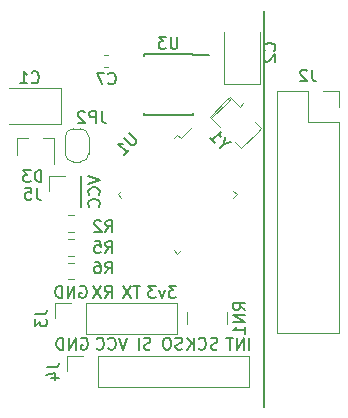
<source format=gbr>
G04 #@! TF.GenerationSoftware,KiCad,Pcbnew,(5.0.0-rc3-dev-2-g101b68b61)*
G04 #@! TF.CreationDate,2018-07-14T00:48:42-07:00*
G04 #@! TF.ProjectId,hp34401a_oled,68703334343031615F6F6C65642E6B69,rev?*
G04 #@! TF.SameCoordinates,Original*
G04 #@! TF.FileFunction,Legend,Bot*
G04 #@! TF.FilePolarity,Positive*
%FSLAX46Y46*%
G04 Gerber Fmt 4.6, Leading zero omitted, Abs format (unit mm)*
G04 Created by KiCad (PCBNEW (5.0.0-rc3-dev-2-g101b68b61)) date 07/14/18 00:48:42*
%MOMM*%
%LPD*%
G01*
G04 APERTURE LIST*
%ADD10C,0.150000*%
%ADD11C,0.200000*%
%ADD12C,0.120000*%
G04 APERTURE END LIST*
D10*
X58452380Y-53966666D02*
X59452380Y-54300000D01*
X58452380Y-54633333D01*
X59357142Y-55538095D02*
X59404761Y-55490476D01*
X59452380Y-55347619D01*
X59452380Y-55252380D01*
X59404761Y-55109523D01*
X59309523Y-55014285D01*
X59214285Y-54966666D01*
X59023809Y-54919047D01*
X58880952Y-54919047D01*
X58690476Y-54966666D01*
X58595238Y-55014285D01*
X58500000Y-55109523D01*
X58452380Y-55252380D01*
X58452380Y-55347619D01*
X58500000Y-55490476D01*
X58547619Y-55538095D01*
X59357142Y-56538095D02*
X59404761Y-56490476D01*
X59452380Y-56347619D01*
X59452380Y-56252380D01*
X59404761Y-56109523D01*
X59309523Y-56014285D01*
X59214285Y-55966666D01*
X59023809Y-55919047D01*
X58880952Y-55919047D01*
X58690476Y-55966666D01*
X58595238Y-56014285D01*
X58500000Y-56109523D01*
X58452380Y-56252380D01*
X58452380Y-56347619D01*
X58500000Y-56490476D01*
X58547619Y-56538095D01*
X72104761Y-68652380D02*
X72104761Y-67652380D01*
X71628571Y-68652380D02*
X71628571Y-67652380D01*
X71057142Y-68652380D01*
X71057142Y-67652380D01*
X70723809Y-67652380D02*
X70152380Y-67652380D01*
X70438095Y-68652380D02*
X70438095Y-67652380D01*
X69385714Y-68604761D02*
X69242857Y-68652380D01*
X69004761Y-68652380D01*
X68909523Y-68604761D01*
X68861904Y-68557142D01*
X68814285Y-68461904D01*
X68814285Y-68366666D01*
X68861904Y-68271428D01*
X68909523Y-68223809D01*
X69004761Y-68176190D01*
X69195238Y-68128571D01*
X69290476Y-68080952D01*
X69338095Y-68033333D01*
X69385714Y-67938095D01*
X69385714Y-67842857D01*
X69338095Y-67747619D01*
X69290476Y-67700000D01*
X69195238Y-67652380D01*
X68957142Y-67652380D01*
X68814285Y-67700000D01*
X67814285Y-68557142D02*
X67861904Y-68604761D01*
X68004761Y-68652380D01*
X68100000Y-68652380D01*
X68242857Y-68604761D01*
X68338095Y-68509523D01*
X68385714Y-68414285D01*
X68433333Y-68223809D01*
X68433333Y-68080952D01*
X68385714Y-67890476D01*
X68338095Y-67795238D01*
X68242857Y-67700000D01*
X68100000Y-67652380D01*
X68004761Y-67652380D01*
X67861904Y-67700000D01*
X67814285Y-67747619D01*
X67385714Y-68652380D02*
X67385714Y-67652380D01*
X66814285Y-68652380D02*
X67242857Y-68080952D01*
X66814285Y-67652380D02*
X67385714Y-68223809D01*
X66409523Y-68604761D02*
X66266666Y-68652380D01*
X66028571Y-68652380D01*
X65933333Y-68604761D01*
X65885714Y-68557142D01*
X65838095Y-68461904D01*
X65838095Y-68366666D01*
X65885714Y-68271428D01*
X65933333Y-68223809D01*
X66028571Y-68176190D01*
X66219047Y-68128571D01*
X66314285Y-68080952D01*
X66361904Y-68033333D01*
X66409523Y-67938095D01*
X66409523Y-67842857D01*
X66361904Y-67747619D01*
X66314285Y-67700000D01*
X66219047Y-67652380D01*
X65980952Y-67652380D01*
X65838095Y-67700000D01*
X65219047Y-67652380D02*
X65028571Y-67652380D01*
X64933333Y-67700000D01*
X64838095Y-67795238D01*
X64790476Y-67985714D01*
X64790476Y-68319047D01*
X64838095Y-68509523D01*
X64933333Y-68604761D01*
X65028571Y-68652380D01*
X65219047Y-68652380D01*
X65314285Y-68604761D01*
X65409523Y-68509523D01*
X65457142Y-68319047D01*
X65457142Y-67985714D01*
X65409523Y-67795238D01*
X65314285Y-67700000D01*
X65219047Y-67652380D01*
X63723809Y-68604761D02*
X63580952Y-68652380D01*
X63342857Y-68652380D01*
X63247619Y-68604761D01*
X63200000Y-68557142D01*
X63152380Y-68461904D01*
X63152380Y-68366666D01*
X63200000Y-68271428D01*
X63247619Y-68223809D01*
X63342857Y-68176190D01*
X63533333Y-68128571D01*
X63628571Y-68080952D01*
X63676190Y-68033333D01*
X63723809Y-67938095D01*
X63723809Y-67842857D01*
X63676190Y-67747619D01*
X63628571Y-67700000D01*
X63533333Y-67652380D01*
X63295238Y-67652380D01*
X63152380Y-67700000D01*
X62723809Y-68652380D02*
X62723809Y-67652380D01*
X61733333Y-67652380D02*
X61400000Y-68652380D01*
X61066666Y-67652380D01*
X60161904Y-68557142D02*
X60209523Y-68604761D01*
X60352380Y-68652380D01*
X60447619Y-68652380D01*
X60590476Y-68604761D01*
X60685714Y-68509523D01*
X60733333Y-68414285D01*
X60780952Y-68223809D01*
X60780952Y-68080952D01*
X60733333Y-67890476D01*
X60685714Y-67795238D01*
X60590476Y-67700000D01*
X60447619Y-67652380D01*
X60352380Y-67652380D01*
X60209523Y-67700000D01*
X60161904Y-67747619D01*
X59161904Y-68557142D02*
X59209523Y-68604761D01*
X59352380Y-68652380D01*
X59447619Y-68652380D01*
X59590476Y-68604761D01*
X59685714Y-68509523D01*
X59733333Y-68414285D01*
X59780952Y-68223809D01*
X59780952Y-68080952D01*
X59733333Y-67890476D01*
X59685714Y-67795238D01*
X59590476Y-67700000D01*
X59447619Y-67652380D01*
X59352380Y-67652380D01*
X59209523Y-67700000D01*
X59161904Y-67747619D01*
X57861904Y-67700000D02*
X57957142Y-67652380D01*
X58100000Y-67652380D01*
X58242857Y-67700000D01*
X58338095Y-67795238D01*
X58385714Y-67890476D01*
X58433333Y-68080952D01*
X58433333Y-68223809D01*
X58385714Y-68414285D01*
X58338095Y-68509523D01*
X58242857Y-68604761D01*
X58100000Y-68652380D01*
X58004761Y-68652380D01*
X57861904Y-68604761D01*
X57814285Y-68557142D01*
X57814285Y-68223809D01*
X58004761Y-68223809D01*
X57385714Y-68652380D02*
X57385714Y-67652380D01*
X56814285Y-68652380D01*
X56814285Y-67652380D01*
X56338095Y-68652380D02*
X56338095Y-67652380D01*
X56100000Y-67652380D01*
X55957142Y-67700000D01*
X55861904Y-67795238D01*
X55814285Y-67890476D01*
X55766666Y-68080952D01*
X55766666Y-68223809D01*
X55814285Y-68414285D01*
X55861904Y-68509523D01*
X55957142Y-68604761D01*
X56100000Y-68652380D01*
X56338095Y-68652380D01*
X65890476Y-63252380D02*
X65271428Y-63252380D01*
X65604761Y-63633333D01*
X65461904Y-63633333D01*
X65366666Y-63680952D01*
X65319047Y-63728571D01*
X65271428Y-63823809D01*
X65271428Y-64061904D01*
X65319047Y-64157142D01*
X65366666Y-64204761D01*
X65461904Y-64252380D01*
X65747619Y-64252380D01*
X65842857Y-64204761D01*
X65890476Y-64157142D01*
X64938095Y-63585714D02*
X64700000Y-64252380D01*
X64461904Y-63585714D01*
X64176190Y-63252380D02*
X63557142Y-63252380D01*
X63890476Y-63633333D01*
X63747619Y-63633333D01*
X63652380Y-63680952D01*
X63604761Y-63728571D01*
X63557142Y-63823809D01*
X63557142Y-64061904D01*
X63604761Y-64157142D01*
X63652380Y-64204761D01*
X63747619Y-64252380D01*
X64033333Y-64252380D01*
X64128571Y-64204761D01*
X64176190Y-64157142D01*
X62861904Y-63252380D02*
X62290476Y-63252380D01*
X62576190Y-64252380D02*
X62576190Y-63252380D01*
X62052380Y-63252380D02*
X61385714Y-64252380D01*
X61385714Y-63252380D02*
X62052380Y-64252380D01*
X59866666Y-64252380D02*
X60200000Y-63776190D01*
X60438095Y-64252380D02*
X60438095Y-63252380D01*
X60057142Y-63252380D01*
X59961904Y-63300000D01*
X59914285Y-63347619D01*
X59866666Y-63442857D01*
X59866666Y-63585714D01*
X59914285Y-63680952D01*
X59961904Y-63728571D01*
X60057142Y-63776190D01*
X60438095Y-63776190D01*
X59533333Y-63252380D02*
X58866666Y-64252380D01*
X58866666Y-63252380D02*
X59533333Y-64252380D01*
X57761904Y-63300000D02*
X57857142Y-63252380D01*
X58000000Y-63252380D01*
X58142857Y-63300000D01*
X58238095Y-63395238D01*
X58285714Y-63490476D01*
X58333333Y-63680952D01*
X58333333Y-63823809D01*
X58285714Y-64014285D01*
X58238095Y-64109523D01*
X58142857Y-64204761D01*
X58000000Y-64252380D01*
X57904761Y-64252380D01*
X57761904Y-64204761D01*
X57714285Y-64157142D01*
X57714285Y-63823809D01*
X57904761Y-63823809D01*
X57285714Y-64252380D02*
X57285714Y-63252380D01*
X56714285Y-64252380D01*
X56714285Y-63252380D01*
X56238095Y-64252380D02*
X56238095Y-63252380D01*
X56000000Y-63252380D01*
X55857142Y-63300000D01*
X55761904Y-63395238D01*
X55714285Y-63490476D01*
X55666666Y-63680952D01*
X55666666Y-63823809D01*
X55714285Y-64014285D01*
X55761904Y-64109523D01*
X55857142Y-64204761D01*
X56000000Y-64252380D01*
X56238095Y-64252380D01*
D11*
X73300000Y-40000000D02*
X73300000Y-73500000D01*
D12*
G04 #@! TO.C,D3*
X52420000Y-50740000D02*
X53350000Y-50740000D01*
X55580000Y-50740000D02*
X54650000Y-50740000D01*
X55580000Y-50740000D02*
X55580000Y-52900000D01*
X52420000Y-50740000D02*
X52420000Y-52200000D01*
G04 #@! TO.C,J2*
X79670000Y-67210000D02*
X74470000Y-67210000D01*
X79670000Y-49370000D02*
X79670000Y-67210000D01*
X74470000Y-46770000D02*
X74470000Y-67210000D01*
X79670000Y-49370000D02*
X77070000Y-49370000D01*
X77070000Y-49370000D02*
X77070000Y-46770000D01*
X77070000Y-46770000D02*
X74470000Y-46770000D01*
X79670000Y-48100000D02*
X79670000Y-46770000D01*
X79670000Y-46770000D02*
X78340000Y-46770000D01*
G04 #@! TO.C,J3*
X65950000Y-64670000D02*
X65950000Y-67330000D01*
X58270000Y-64670000D02*
X65950000Y-64670000D01*
X58270000Y-67330000D02*
X65950000Y-67330000D01*
X58270000Y-64670000D02*
X58270000Y-67330000D01*
X57000000Y-64670000D02*
X55670000Y-64670000D01*
X55670000Y-64670000D02*
X55670000Y-66000000D01*
G04 #@! TO.C,J4*
X72030000Y-69170000D02*
X72030000Y-71830000D01*
X59270000Y-69170000D02*
X72030000Y-69170000D01*
X59270000Y-71830000D02*
X72030000Y-71830000D01*
X59270000Y-69170000D02*
X59270000Y-71830000D01*
X58000000Y-69170000D02*
X56670000Y-69170000D01*
X56670000Y-69170000D02*
X56670000Y-70500000D01*
G04 #@! TO.C,JP2*
X58500000Y-50650000D02*
G75*
G03X57800000Y-49950000I-700000J0D01*
G01*
X57200000Y-49950000D02*
G75*
G03X56500000Y-50650000I0J-700000D01*
G01*
X56500000Y-52050000D02*
G75*
G03X57200000Y-52750000I700000J0D01*
G01*
X57800000Y-52750000D02*
G75*
G03X58500000Y-52050000I0J700000D01*
G01*
X57200000Y-52750000D02*
X57800000Y-52750000D01*
X56500000Y-50650000D02*
X56500000Y-52050000D01*
X57800000Y-49950000D02*
X57200000Y-49950000D01*
X58500000Y-52050000D02*
X58500000Y-50650000D01*
G04 #@! TO.C,R2*
X56741422Y-58710000D02*
X57258578Y-58710000D01*
X56741422Y-57290000D02*
X57258578Y-57290000D01*
G04 #@! TO.C,R5*
X57258578Y-60710000D02*
X56741422Y-60710000D01*
X57258578Y-59290000D02*
X56741422Y-59290000D01*
G04 #@! TO.C,R6*
X57258578Y-62710000D02*
X56741422Y-62710000D01*
X57258578Y-61290000D02*
X56741422Y-61290000D01*
G04 #@! TO.C,U1*
X60965400Y-55500000D02*
X61262385Y-55796985D01*
X66000000Y-60534600D02*
X65703015Y-60237615D01*
X71034600Y-55500000D02*
X70737615Y-55203015D01*
X66000000Y-50465400D02*
X65703015Y-50762385D01*
X66000000Y-60534600D02*
X66296985Y-60237615D01*
X60965400Y-55500000D02*
X61262385Y-55203015D01*
X66296985Y-50762385D02*
X67272792Y-49786577D01*
X66000000Y-50465400D02*
X66296985Y-50762385D01*
X71034600Y-55500000D02*
X70737615Y-55796985D01*
G04 #@! TO.C,Y1*
X73121320Y-49924264D02*
X72555635Y-49358579D01*
X71424264Y-51621320D02*
X72838478Y-50207107D01*
X70858579Y-51055635D02*
X71424264Y-51621320D01*
X68878680Y-49075736D02*
X69585786Y-49782843D01*
X70292893Y-47661522D02*
X68878680Y-49075736D01*
X71282843Y-48085786D02*
X70575736Y-47378680D01*
X71282843Y-48085786D02*
X71565685Y-47802944D01*
X68737258Y-48934315D02*
X70151472Y-47520101D01*
X72838478Y-50207107D02*
X73121320Y-49924264D01*
X70292893Y-47661522D02*
X70575736Y-47378680D01*
X70151472Y-47520101D02*
X70434315Y-47237258D01*
G04 #@! TO.C,J5*
X57830000Y-53920000D02*
X57830000Y-56580000D01*
X57770000Y-53920000D02*
X57830000Y-53920000D01*
X57770000Y-56580000D02*
X57830000Y-56580000D01*
X57770000Y-53920000D02*
X57770000Y-56580000D01*
X56500000Y-53920000D02*
X55170000Y-53920000D01*
X55170000Y-53920000D02*
X55170000Y-55250000D01*
G04 #@! TO.C,C1*
X56135000Y-49510000D02*
X51750000Y-49510000D01*
X56135000Y-46490000D02*
X56135000Y-49510000D01*
X51750000Y-46490000D02*
X56135000Y-46490000D01*
G04 #@! TO.C,C2*
X73010000Y-41750000D02*
X73010000Y-46135000D01*
X73010000Y-46135000D02*
X69990000Y-46135000D01*
X69990000Y-46135000D02*
X69990000Y-41750000D01*
G04 #@! TO.C,RN1*
X66820000Y-65500000D02*
X66820000Y-66500000D01*
X70180000Y-65500000D02*
X70180000Y-66500000D01*
G04 #@! TO.C,C7*
X60147778Y-43745001D02*
X59822220Y-43745001D01*
X60147778Y-44765001D02*
X59822220Y-44765001D01*
D10*
G04 #@! TO.C,U3*
X67319999Y-43650001D02*
X67319999Y-43700001D01*
X63169999Y-43650001D02*
X63169999Y-43795001D01*
X63169999Y-48800001D02*
X63169999Y-48655001D01*
X67319999Y-48800001D02*
X67319999Y-48655001D01*
X67319999Y-43650001D02*
X63169999Y-43650001D01*
X67319999Y-48800001D02*
X63169999Y-48800001D01*
X67319999Y-43700001D02*
X68719999Y-43700001D01*
G04 #@! TO.C,D3*
X54488095Y-54452380D02*
X54488095Y-53452380D01*
X54250000Y-53452380D01*
X54107142Y-53500000D01*
X54011904Y-53595238D01*
X53964285Y-53690476D01*
X53916666Y-53880952D01*
X53916666Y-54023809D01*
X53964285Y-54214285D01*
X54011904Y-54309523D01*
X54107142Y-54404761D01*
X54250000Y-54452380D01*
X54488095Y-54452380D01*
X53583333Y-53452380D02*
X52964285Y-53452380D01*
X53297619Y-53833333D01*
X53154761Y-53833333D01*
X53059523Y-53880952D01*
X53011904Y-53928571D01*
X52964285Y-54023809D01*
X52964285Y-54261904D01*
X53011904Y-54357142D01*
X53059523Y-54404761D01*
X53154761Y-54452380D01*
X53440476Y-54452380D01*
X53535714Y-54404761D01*
X53583333Y-54357142D01*
G04 #@! TO.C,J2*
X77403333Y-44952380D02*
X77403333Y-45666666D01*
X77450952Y-45809523D01*
X77546190Y-45904761D01*
X77689047Y-45952380D01*
X77784285Y-45952380D01*
X76974761Y-45047619D02*
X76927142Y-45000000D01*
X76831904Y-44952380D01*
X76593809Y-44952380D01*
X76498571Y-45000000D01*
X76450952Y-45047619D01*
X76403333Y-45142857D01*
X76403333Y-45238095D01*
X76450952Y-45380952D01*
X77022380Y-45952380D01*
X76403333Y-45952380D01*
G04 #@! TO.C,J3*
X53952380Y-65666666D02*
X54666666Y-65666666D01*
X54809523Y-65619047D01*
X54904761Y-65523809D01*
X54952380Y-65380952D01*
X54952380Y-65285714D01*
X53952380Y-66047619D02*
X53952380Y-66666666D01*
X54333333Y-66333333D01*
X54333333Y-66476190D01*
X54380952Y-66571428D01*
X54428571Y-66619047D01*
X54523809Y-66666666D01*
X54761904Y-66666666D01*
X54857142Y-66619047D01*
X54904761Y-66571428D01*
X54952380Y-66476190D01*
X54952380Y-66190476D01*
X54904761Y-66095238D01*
X54857142Y-66047619D01*
G04 #@! TO.C,J4*
X54952380Y-70166666D02*
X55666666Y-70166666D01*
X55809523Y-70119047D01*
X55904761Y-70023809D01*
X55952380Y-69880952D01*
X55952380Y-69785714D01*
X55285714Y-71071428D02*
X55952380Y-71071428D01*
X54904761Y-70833333D02*
X55619047Y-70595238D01*
X55619047Y-71214285D01*
G04 #@! TO.C,JP2*
X59583333Y-48452380D02*
X59583333Y-49166666D01*
X59630952Y-49309523D01*
X59726190Y-49404761D01*
X59869047Y-49452380D01*
X59964285Y-49452380D01*
X59107142Y-49452380D02*
X59107142Y-48452380D01*
X58726190Y-48452380D01*
X58630952Y-48500000D01*
X58583333Y-48547619D01*
X58535714Y-48642857D01*
X58535714Y-48785714D01*
X58583333Y-48880952D01*
X58630952Y-48928571D01*
X58726190Y-48976190D01*
X59107142Y-48976190D01*
X58154761Y-48547619D02*
X58107142Y-48500000D01*
X58011904Y-48452380D01*
X57773809Y-48452380D01*
X57678571Y-48500000D01*
X57630952Y-48547619D01*
X57583333Y-48642857D01*
X57583333Y-48738095D01*
X57630952Y-48880952D01*
X58202380Y-49452380D01*
X57583333Y-49452380D01*
G04 #@! TO.C,R2*
X59916666Y-58702380D02*
X60250000Y-58226190D01*
X60488095Y-58702380D02*
X60488095Y-57702380D01*
X60107142Y-57702380D01*
X60011904Y-57750000D01*
X59964285Y-57797619D01*
X59916666Y-57892857D01*
X59916666Y-58035714D01*
X59964285Y-58130952D01*
X60011904Y-58178571D01*
X60107142Y-58226190D01*
X60488095Y-58226190D01*
X59535714Y-57797619D02*
X59488095Y-57750000D01*
X59392857Y-57702380D01*
X59154761Y-57702380D01*
X59059523Y-57750000D01*
X59011904Y-57797619D01*
X58964285Y-57892857D01*
X58964285Y-57988095D01*
X59011904Y-58130952D01*
X59583333Y-58702380D01*
X58964285Y-58702380D01*
G04 #@! TO.C,R5*
X59916666Y-60452380D02*
X60250000Y-59976190D01*
X60488095Y-60452380D02*
X60488095Y-59452380D01*
X60107142Y-59452380D01*
X60011904Y-59500000D01*
X59964285Y-59547619D01*
X59916666Y-59642857D01*
X59916666Y-59785714D01*
X59964285Y-59880952D01*
X60011904Y-59928571D01*
X60107142Y-59976190D01*
X60488095Y-59976190D01*
X59011904Y-59452380D02*
X59488095Y-59452380D01*
X59535714Y-59928571D01*
X59488095Y-59880952D01*
X59392857Y-59833333D01*
X59154761Y-59833333D01*
X59059523Y-59880952D01*
X59011904Y-59928571D01*
X58964285Y-60023809D01*
X58964285Y-60261904D01*
X59011904Y-60357142D01*
X59059523Y-60404761D01*
X59154761Y-60452380D01*
X59392857Y-60452380D01*
X59488095Y-60404761D01*
X59535714Y-60357142D01*
G04 #@! TO.C,R6*
X59916666Y-62202380D02*
X60250000Y-61726190D01*
X60488095Y-62202380D02*
X60488095Y-61202380D01*
X60107142Y-61202380D01*
X60011904Y-61250000D01*
X59964285Y-61297619D01*
X59916666Y-61392857D01*
X59916666Y-61535714D01*
X59964285Y-61630952D01*
X60011904Y-61678571D01*
X60107142Y-61726190D01*
X60488095Y-61726190D01*
X59059523Y-61202380D02*
X59250000Y-61202380D01*
X59345238Y-61250000D01*
X59392857Y-61297619D01*
X59488095Y-61440476D01*
X59535714Y-61630952D01*
X59535714Y-62011904D01*
X59488095Y-62107142D01*
X59440476Y-62154761D01*
X59345238Y-62202380D01*
X59154761Y-62202380D01*
X59059523Y-62154761D01*
X59011904Y-62107142D01*
X58964285Y-62011904D01*
X58964285Y-61773809D01*
X59011904Y-61678571D01*
X59059523Y-61630952D01*
X59154761Y-61583333D01*
X59345238Y-61583333D01*
X59440476Y-61630952D01*
X59488095Y-61678571D01*
X59535714Y-61773809D01*
G04 #@! TO.C,U1*
X61908881Y-50331385D02*
X62481301Y-50903805D01*
X62514973Y-51004820D01*
X62514973Y-51072164D01*
X62481301Y-51173179D01*
X62346614Y-51307866D01*
X62245599Y-51341538D01*
X62178255Y-51341538D01*
X62077240Y-51307866D01*
X61504820Y-50735446D01*
X61504820Y-52149660D02*
X61908881Y-51745599D01*
X61706851Y-51947629D02*
X60999744Y-51240523D01*
X61168103Y-51274194D01*
X61302790Y-51274194D01*
X61403805Y-51240523D01*
G04 #@! TO.C,Y1*
X69939339Y-51234095D02*
X69602621Y-51570813D01*
X70545430Y-51099408D02*
X69939339Y-51234095D01*
X70074026Y-50628004D01*
X68760828Y-50729019D02*
X69164889Y-51133080D01*
X68962858Y-50931049D02*
X69669965Y-50223943D01*
X69636293Y-50392301D01*
X69636293Y-50526988D01*
X69669965Y-50628004D01*
G04 #@! TO.C,J5*
X54083333Y-54952380D02*
X54083333Y-55666666D01*
X54130952Y-55809523D01*
X54226190Y-55904761D01*
X54369047Y-55952380D01*
X54464285Y-55952380D01*
X53130952Y-54952380D02*
X53607142Y-54952380D01*
X53654761Y-55428571D01*
X53607142Y-55380952D01*
X53511904Y-55333333D01*
X53273809Y-55333333D01*
X53178571Y-55380952D01*
X53130952Y-55428571D01*
X53083333Y-55523809D01*
X53083333Y-55761904D01*
X53130952Y-55857142D01*
X53178571Y-55904761D01*
X53273809Y-55952380D01*
X53511904Y-55952380D01*
X53607142Y-55904761D01*
X53654761Y-55857142D01*
G04 #@! TO.C,C1*
X53666666Y-46007142D02*
X53714285Y-46054761D01*
X53857142Y-46102380D01*
X53952380Y-46102380D01*
X54095238Y-46054761D01*
X54190476Y-45959523D01*
X54238095Y-45864285D01*
X54285714Y-45673809D01*
X54285714Y-45530952D01*
X54238095Y-45340476D01*
X54190476Y-45245238D01*
X54095238Y-45150000D01*
X53952380Y-45102380D01*
X53857142Y-45102380D01*
X53714285Y-45150000D01*
X53666666Y-45197619D01*
X52714285Y-46102380D02*
X53285714Y-46102380D01*
X53000000Y-46102380D02*
X53000000Y-45102380D01*
X53095238Y-45245238D01*
X53190476Y-45340476D01*
X53285714Y-45388095D01*
G04 #@! TO.C,C2*
X74207142Y-43333333D02*
X74254761Y-43285714D01*
X74302380Y-43142857D01*
X74302380Y-43047619D01*
X74254761Y-42904761D01*
X74159523Y-42809523D01*
X74064285Y-42761904D01*
X73873809Y-42714285D01*
X73730952Y-42714285D01*
X73540476Y-42761904D01*
X73445238Y-42809523D01*
X73350000Y-42904761D01*
X73302380Y-43047619D01*
X73302380Y-43142857D01*
X73350000Y-43285714D01*
X73397619Y-43333333D01*
X73397619Y-43714285D02*
X73350000Y-43761904D01*
X73302380Y-43857142D01*
X73302380Y-44095238D01*
X73350000Y-44190476D01*
X73397619Y-44238095D01*
X73492857Y-44285714D01*
X73588095Y-44285714D01*
X73730952Y-44238095D01*
X74302380Y-43666666D01*
X74302380Y-44285714D01*
G04 #@! TO.C,RN1*
X71752380Y-65309523D02*
X71276190Y-64976190D01*
X71752380Y-64738095D02*
X70752380Y-64738095D01*
X70752380Y-65119047D01*
X70800000Y-65214285D01*
X70847619Y-65261904D01*
X70942857Y-65309523D01*
X71085714Y-65309523D01*
X71180952Y-65261904D01*
X71228571Y-65214285D01*
X71276190Y-65119047D01*
X71276190Y-64738095D01*
X71752380Y-65738095D02*
X70752380Y-65738095D01*
X71752380Y-66309523D01*
X70752380Y-66309523D01*
X71752380Y-67309523D02*
X71752380Y-66738095D01*
X71752380Y-67023809D02*
X70752380Y-67023809D01*
X70895238Y-66928571D01*
X70990476Y-66833333D01*
X71038095Y-66738095D01*
G04 #@! TO.C,C7*
X60166666Y-46107142D02*
X60214285Y-46154761D01*
X60357142Y-46202380D01*
X60452380Y-46202380D01*
X60595238Y-46154761D01*
X60690476Y-46059523D01*
X60738095Y-45964285D01*
X60785714Y-45773809D01*
X60785714Y-45630952D01*
X60738095Y-45440476D01*
X60690476Y-45345238D01*
X60595238Y-45250000D01*
X60452380Y-45202380D01*
X60357142Y-45202380D01*
X60214285Y-45250000D01*
X60166666Y-45297619D01*
X59833333Y-45202380D02*
X59166666Y-45202380D01*
X59595238Y-46202380D01*
G04 #@! TO.C,U3*
X66006903Y-42177381D02*
X66006903Y-42986905D01*
X65959284Y-43082143D01*
X65911665Y-43129762D01*
X65816427Y-43177381D01*
X65625951Y-43177381D01*
X65530713Y-43129762D01*
X65483094Y-43082143D01*
X65435475Y-42986905D01*
X65435475Y-42177381D01*
X65054522Y-42177381D02*
X64435475Y-42177381D01*
X64768808Y-42558334D01*
X64625951Y-42558334D01*
X64530713Y-42605953D01*
X64483094Y-42653572D01*
X64435475Y-42748810D01*
X64435475Y-42986905D01*
X64483094Y-43082143D01*
X64530713Y-43129762D01*
X64625951Y-43177381D01*
X64911665Y-43177381D01*
X65006903Y-43129762D01*
X65054522Y-43082143D01*
G04 #@! TD*
M02*

</source>
